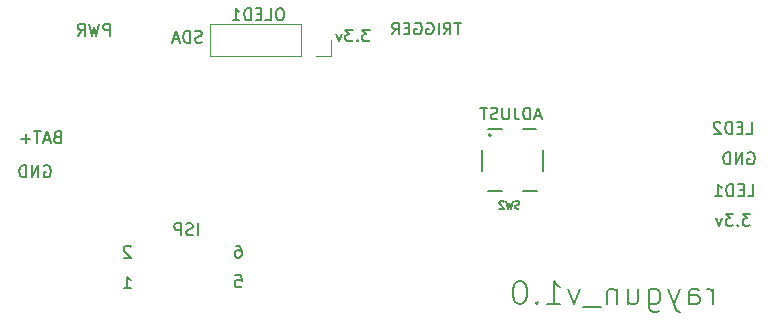
<source format=gbr>
%TF.GenerationSoftware,KiCad,Pcbnew,(5.1.9-0-10_14)*%
%TF.CreationDate,2022-07-10T13:30:40-04:00*%
%TF.ProjectId,raygun,72617967-756e-42e6-9b69-6361645f7063,rev?*%
%TF.SameCoordinates,Original*%
%TF.FileFunction,Legend,Bot*%
%TF.FilePolarity,Positive*%
%FSLAX46Y46*%
G04 Gerber Fmt 4.6, Leading zero omitted, Abs format (unit mm)*
G04 Created by KiCad (PCBNEW (5.1.9-0-10_14)) date 2022-07-10 13:30:40*
%MOMM*%
%LPD*%
G01*
G04 APERTURE LIST*
%ADD10C,0.150000*%
%ADD11C,0.200000*%
%ADD12C,0.120000*%
G04 APERTURE END LIST*
D10*
X125076190Y-69552380D02*
X124504761Y-69552380D01*
X124790476Y-70552380D02*
X124790476Y-69552380D01*
X123600000Y-70552380D02*
X123933333Y-70076190D01*
X124171428Y-70552380D02*
X124171428Y-69552380D01*
X123790476Y-69552380D01*
X123695238Y-69600000D01*
X123647619Y-69647619D01*
X123600000Y-69742857D01*
X123600000Y-69885714D01*
X123647619Y-69980952D01*
X123695238Y-70028571D01*
X123790476Y-70076190D01*
X124171428Y-70076190D01*
X123171428Y-70552380D02*
X123171428Y-69552380D01*
X122171428Y-69600000D02*
X122266666Y-69552380D01*
X122409523Y-69552380D01*
X122552380Y-69600000D01*
X122647619Y-69695238D01*
X122695238Y-69790476D01*
X122742857Y-69980952D01*
X122742857Y-70123809D01*
X122695238Y-70314285D01*
X122647619Y-70409523D01*
X122552380Y-70504761D01*
X122409523Y-70552380D01*
X122314285Y-70552380D01*
X122171428Y-70504761D01*
X122123809Y-70457142D01*
X122123809Y-70123809D01*
X122314285Y-70123809D01*
X121171428Y-69600000D02*
X121266666Y-69552380D01*
X121409523Y-69552380D01*
X121552380Y-69600000D01*
X121647619Y-69695238D01*
X121695238Y-69790476D01*
X121742857Y-69980952D01*
X121742857Y-70123809D01*
X121695238Y-70314285D01*
X121647619Y-70409523D01*
X121552380Y-70504761D01*
X121409523Y-70552380D01*
X121314285Y-70552380D01*
X121171428Y-70504761D01*
X121123809Y-70457142D01*
X121123809Y-70123809D01*
X121314285Y-70123809D01*
X120695238Y-70028571D02*
X120361904Y-70028571D01*
X120219047Y-70552380D02*
X120695238Y-70552380D01*
X120695238Y-69552380D01*
X120219047Y-69552380D01*
X119219047Y-70552380D02*
X119552380Y-70076190D01*
X119790476Y-70552380D02*
X119790476Y-69552380D01*
X119409523Y-69552380D01*
X119314285Y-69600000D01*
X119266666Y-69647619D01*
X119219047Y-69742857D01*
X119219047Y-69885714D01*
X119266666Y-69980952D01*
X119314285Y-70028571D01*
X119409523Y-70076190D01*
X119790476Y-70076190D01*
X131800000Y-77466666D02*
X131323809Y-77466666D01*
X131895238Y-77752380D02*
X131561904Y-76752380D01*
X131228571Y-77752380D01*
X130895238Y-77752380D02*
X130895238Y-76752380D01*
X130657142Y-76752380D01*
X130514285Y-76800000D01*
X130419047Y-76895238D01*
X130371428Y-76990476D01*
X130323809Y-77180952D01*
X130323809Y-77323809D01*
X130371428Y-77514285D01*
X130419047Y-77609523D01*
X130514285Y-77704761D01*
X130657142Y-77752380D01*
X130895238Y-77752380D01*
X129609523Y-76752380D02*
X129609523Y-77466666D01*
X129657142Y-77609523D01*
X129752380Y-77704761D01*
X129895238Y-77752380D01*
X129990476Y-77752380D01*
X129133333Y-76752380D02*
X129133333Y-77561904D01*
X129085714Y-77657142D01*
X129038095Y-77704761D01*
X128942857Y-77752380D01*
X128752380Y-77752380D01*
X128657142Y-77704761D01*
X128609523Y-77657142D01*
X128561904Y-77561904D01*
X128561904Y-76752380D01*
X128133333Y-77704761D02*
X127990476Y-77752380D01*
X127752380Y-77752380D01*
X127657142Y-77704761D01*
X127609523Y-77657142D01*
X127561904Y-77561904D01*
X127561904Y-77466666D01*
X127609523Y-77371428D01*
X127657142Y-77323809D01*
X127752380Y-77276190D01*
X127942857Y-77228571D01*
X128038095Y-77180952D01*
X128085714Y-77133333D01*
X128133333Y-77038095D01*
X128133333Y-76942857D01*
X128085714Y-76847619D01*
X128038095Y-76800000D01*
X127942857Y-76752380D01*
X127704761Y-76752380D01*
X127561904Y-76800000D01*
X127276190Y-76752380D02*
X126704761Y-76752380D01*
X126990476Y-77752380D02*
X126990476Y-76752380D01*
X95333333Y-70652380D02*
X95333333Y-69652380D01*
X94952380Y-69652380D01*
X94857142Y-69700000D01*
X94809523Y-69747619D01*
X94761904Y-69842857D01*
X94761904Y-69985714D01*
X94809523Y-70080952D01*
X94857142Y-70128571D01*
X94952380Y-70176190D01*
X95333333Y-70176190D01*
X94428571Y-69652380D02*
X94190476Y-70652380D01*
X94000000Y-69938095D01*
X93809523Y-70652380D01*
X93571428Y-69652380D01*
X92619047Y-70652380D02*
X92952380Y-70176190D01*
X93190476Y-70652380D02*
X93190476Y-69652380D01*
X92809523Y-69652380D01*
X92714285Y-69700000D01*
X92666666Y-69747619D01*
X92619047Y-69842857D01*
X92619047Y-69985714D01*
X92666666Y-70080952D01*
X92714285Y-70128571D01*
X92809523Y-70176190D01*
X93190476Y-70176190D01*
X102776190Y-87552380D02*
X102776190Y-86552380D01*
X102347619Y-87504761D02*
X102204761Y-87552380D01*
X101966666Y-87552380D01*
X101871428Y-87504761D01*
X101823809Y-87457142D01*
X101776190Y-87361904D01*
X101776190Y-87266666D01*
X101823809Y-87171428D01*
X101871428Y-87123809D01*
X101966666Y-87076190D01*
X102157142Y-87028571D01*
X102252380Y-86980952D01*
X102300000Y-86933333D01*
X102347619Y-86838095D01*
X102347619Y-86742857D01*
X102300000Y-86647619D01*
X102252380Y-86600000D01*
X102157142Y-86552380D01*
X101919047Y-86552380D01*
X101776190Y-86600000D01*
X101347619Y-87552380D02*
X101347619Y-86552380D01*
X100966666Y-86552380D01*
X100871428Y-86600000D01*
X100823809Y-86647619D01*
X100776190Y-86742857D01*
X100776190Y-86885714D01*
X100823809Y-86980952D01*
X100871428Y-87028571D01*
X100966666Y-87076190D01*
X101347619Y-87076190D01*
X105961904Y-90952380D02*
X106438095Y-90952380D01*
X106485714Y-91428571D01*
X106438095Y-91380952D01*
X106342857Y-91333333D01*
X106104761Y-91333333D01*
X106009523Y-91380952D01*
X105961904Y-91428571D01*
X105914285Y-91523809D01*
X105914285Y-91761904D01*
X105961904Y-91857142D01*
X106009523Y-91904761D01*
X106104761Y-91952380D01*
X106342857Y-91952380D01*
X106438095Y-91904761D01*
X106485714Y-91857142D01*
X106009523Y-88452380D02*
X106200000Y-88452380D01*
X106295238Y-88500000D01*
X106342857Y-88547619D01*
X106438095Y-88690476D01*
X106485714Y-88880952D01*
X106485714Y-89261904D01*
X106438095Y-89357142D01*
X106390476Y-89404761D01*
X106295238Y-89452380D01*
X106104761Y-89452380D01*
X106009523Y-89404761D01*
X105961904Y-89357142D01*
X105914285Y-89261904D01*
X105914285Y-89023809D01*
X105961904Y-88928571D01*
X106009523Y-88880952D01*
X106104761Y-88833333D01*
X106295238Y-88833333D01*
X106390476Y-88880952D01*
X106438095Y-88928571D01*
X106485714Y-89023809D01*
X97085714Y-88547619D02*
X97038095Y-88500000D01*
X96942857Y-88452380D01*
X96704761Y-88452380D01*
X96609523Y-88500000D01*
X96561904Y-88547619D01*
X96514285Y-88642857D01*
X96514285Y-88738095D01*
X96561904Y-88880952D01*
X97133333Y-89452380D01*
X96514285Y-89452380D01*
X96514285Y-92052380D02*
X97085714Y-92052380D01*
X96800000Y-92052380D02*
X96800000Y-91052380D01*
X96895238Y-91195238D01*
X96990476Y-91290476D01*
X97085714Y-91338095D01*
X90857142Y-79228571D02*
X90714285Y-79276190D01*
X90666666Y-79323809D01*
X90619047Y-79419047D01*
X90619047Y-79561904D01*
X90666666Y-79657142D01*
X90714285Y-79704761D01*
X90809523Y-79752380D01*
X91190476Y-79752380D01*
X91190476Y-78752380D01*
X90857142Y-78752380D01*
X90761904Y-78800000D01*
X90714285Y-78847619D01*
X90666666Y-78942857D01*
X90666666Y-79038095D01*
X90714285Y-79133333D01*
X90761904Y-79180952D01*
X90857142Y-79228571D01*
X91190476Y-79228571D01*
X90238095Y-79466666D02*
X89761904Y-79466666D01*
X90333333Y-79752380D02*
X90000000Y-78752380D01*
X89666666Y-79752380D01*
X89476190Y-78752380D02*
X88904761Y-78752380D01*
X89190476Y-79752380D02*
X89190476Y-78752380D01*
X88571428Y-79371428D02*
X87809523Y-79371428D01*
X88190476Y-79752380D02*
X88190476Y-78990476D01*
X89761904Y-81700000D02*
X89857142Y-81652380D01*
X90000000Y-81652380D01*
X90142857Y-81700000D01*
X90238095Y-81795238D01*
X90285714Y-81890476D01*
X90333333Y-82080952D01*
X90333333Y-82223809D01*
X90285714Y-82414285D01*
X90238095Y-82509523D01*
X90142857Y-82604761D01*
X90000000Y-82652380D01*
X89904761Y-82652380D01*
X89761904Y-82604761D01*
X89714285Y-82557142D01*
X89714285Y-82223809D01*
X89904761Y-82223809D01*
X89285714Y-82652380D02*
X89285714Y-81652380D01*
X88714285Y-82652380D01*
X88714285Y-81652380D01*
X88238095Y-82652380D02*
X88238095Y-81652380D01*
X88000000Y-81652380D01*
X87857142Y-81700000D01*
X87761904Y-81795238D01*
X87714285Y-81890476D01*
X87666666Y-82080952D01*
X87666666Y-82223809D01*
X87714285Y-82414285D01*
X87761904Y-82509523D01*
X87857142Y-82604761D01*
X88000000Y-82652380D01*
X88238095Y-82652380D01*
X103114285Y-71204761D02*
X102971428Y-71252380D01*
X102733333Y-71252380D01*
X102638095Y-71204761D01*
X102590476Y-71157142D01*
X102542857Y-71061904D01*
X102542857Y-70966666D01*
X102590476Y-70871428D01*
X102638095Y-70823809D01*
X102733333Y-70776190D01*
X102923809Y-70728571D01*
X103019047Y-70680952D01*
X103066666Y-70633333D01*
X103114285Y-70538095D01*
X103114285Y-70442857D01*
X103066666Y-70347619D01*
X103019047Y-70300000D01*
X102923809Y-70252380D01*
X102685714Y-70252380D01*
X102542857Y-70300000D01*
X102114285Y-71252380D02*
X102114285Y-70252380D01*
X101876190Y-70252380D01*
X101733333Y-70300000D01*
X101638095Y-70395238D01*
X101590476Y-70490476D01*
X101542857Y-70680952D01*
X101542857Y-70823809D01*
X101590476Y-71014285D01*
X101638095Y-71109523D01*
X101733333Y-71204761D01*
X101876190Y-71252380D01*
X102114285Y-71252380D01*
X101161904Y-70966666D02*
X100685714Y-70966666D01*
X101257142Y-71252380D02*
X100923809Y-70252380D01*
X100590476Y-71252380D01*
X117328571Y-70152380D02*
X116709523Y-70152380D01*
X117042857Y-70533333D01*
X116900000Y-70533333D01*
X116804761Y-70580952D01*
X116757142Y-70628571D01*
X116709523Y-70723809D01*
X116709523Y-70961904D01*
X116757142Y-71057142D01*
X116804761Y-71104761D01*
X116900000Y-71152380D01*
X117185714Y-71152380D01*
X117280952Y-71104761D01*
X117328571Y-71057142D01*
X116280952Y-71057142D02*
X116233333Y-71104761D01*
X116280952Y-71152380D01*
X116328571Y-71104761D01*
X116280952Y-71057142D01*
X116280952Y-71152380D01*
X115900000Y-70152380D02*
X115280952Y-70152380D01*
X115614285Y-70533333D01*
X115471428Y-70533333D01*
X115376190Y-70580952D01*
X115328571Y-70628571D01*
X115280952Y-70723809D01*
X115280952Y-70961904D01*
X115328571Y-71057142D01*
X115376190Y-71104761D01*
X115471428Y-71152380D01*
X115757142Y-71152380D01*
X115852380Y-71104761D01*
X115900000Y-71057142D01*
X114947619Y-70485714D02*
X114709523Y-71152380D01*
X114471428Y-70485714D01*
X149219047Y-78952380D02*
X149695238Y-78952380D01*
X149695238Y-77952380D01*
X148885714Y-78428571D02*
X148552380Y-78428571D01*
X148409523Y-78952380D02*
X148885714Y-78952380D01*
X148885714Y-77952380D01*
X148409523Y-77952380D01*
X147980952Y-78952380D02*
X147980952Y-77952380D01*
X147742857Y-77952380D01*
X147600000Y-78000000D01*
X147504761Y-78095238D01*
X147457142Y-78190476D01*
X147409523Y-78380952D01*
X147409523Y-78523809D01*
X147457142Y-78714285D01*
X147504761Y-78809523D01*
X147600000Y-78904761D01*
X147742857Y-78952380D01*
X147980952Y-78952380D01*
X147028571Y-78047619D02*
X146980952Y-78000000D01*
X146885714Y-77952380D01*
X146647619Y-77952380D01*
X146552380Y-78000000D01*
X146504761Y-78047619D01*
X146457142Y-78142857D01*
X146457142Y-78238095D01*
X146504761Y-78380952D01*
X147076190Y-78952380D01*
X146457142Y-78952380D01*
X149361904Y-80600000D02*
X149457142Y-80552380D01*
X149600000Y-80552380D01*
X149742857Y-80600000D01*
X149838095Y-80695238D01*
X149885714Y-80790476D01*
X149933333Y-80980952D01*
X149933333Y-81123809D01*
X149885714Y-81314285D01*
X149838095Y-81409523D01*
X149742857Y-81504761D01*
X149600000Y-81552380D01*
X149504761Y-81552380D01*
X149361904Y-81504761D01*
X149314285Y-81457142D01*
X149314285Y-81123809D01*
X149504761Y-81123809D01*
X148885714Y-81552380D02*
X148885714Y-80552380D01*
X148314285Y-81552380D01*
X148314285Y-80552380D01*
X147838095Y-81552380D02*
X147838095Y-80552380D01*
X147600000Y-80552380D01*
X147457142Y-80600000D01*
X147361904Y-80695238D01*
X147314285Y-80790476D01*
X147266666Y-80980952D01*
X147266666Y-81123809D01*
X147314285Y-81314285D01*
X147361904Y-81409523D01*
X147457142Y-81504761D01*
X147600000Y-81552380D01*
X147838095Y-81552380D01*
X149319047Y-84252380D02*
X149795238Y-84252380D01*
X149795238Y-83252380D01*
X148985714Y-83728571D02*
X148652380Y-83728571D01*
X148509523Y-84252380D02*
X148985714Y-84252380D01*
X148985714Y-83252380D01*
X148509523Y-83252380D01*
X148080952Y-84252380D02*
X148080952Y-83252380D01*
X147842857Y-83252380D01*
X147700000Y-83300000D01*
X147604761Y-83395238D01*
X147557142Y-83490476D01*
X147509523Y-83680952D01*
X147509523Y-83823809D01*
X147557142Y-84014285D01*
X147604761Y-84109523D01*
X147700000Y-84204761D01*
X147842857Y-84252380D01*
X148080952Y-84252380D01*
X146557142Y-84252380D02*
X147128571Y-84252380D01*
X146842857Y-84252380D02*
X146842857Y-83252380D01*
X146938095Y-83395238D01*
X147033333Y-83490476D01*
X147128571Y-83538095D01*
X149528571Y-85752380D02*
X148909523Y-85752380D01*
X149242857Y-86133333D01*
X149100000Y-86133333D01*
X149004761Y-86180952D01*
X148957142Y-86228571D01*
X148909523Y-86323809D01*
X148909523Y-86561904D01*
X148957142Y-86657142D01*
X149004761Y-86704761D01*
X149100000Y-86752380D01*
X149385714Y-86752380D01*
X149480952Y-86704761D01*
X149528571Y-86657142D01*
X148480952Y-86657142D02*
X148433333Y-86704761D01*
X148480952Y-86752380D01*
X148528571Y-86704761D01*
X148480952Y-86657142D01*
X148480952Y-86752380D01*
X148100000Y-85752380D02*
X147480952Y-85752380D01*
X147814285Y-86133333D01*
X147671428Y-86133333D01*
X147576190Y-86180952D01*
X147528571Y-86228571D01*
X147480952Y-86323809D01*
X147480952Y-86561904D01*
X147528571Y-86657142D01*
X147576190Y-86704761D01*
X147671428Y-86752380D01*
X147957142Y-86752380D01*
X148052380Y-86704761D01*
X148100000Y-86657142D01*
X147147619Y-86085714D02*
X146909523Y-86752380D01*
X146671428Y-86085714D01*
D11*
X146428571Y-93404761D02*
X146428571Y-92071428D01*
X146428571Y-92452380D02*
X146333333Y-92261904D01*
X146238095Y-92166666D01*
X146047619Y-92071428D01*
X145857142Y-92071428D01*
X144333333Y-93404761D02*
X144333333Y-92357142D01*
X144428571Y-92166666D01*
X144619047Y-92071428D01*
X145000000Y-92071428D01*
X145190476Y-92166666D01*
X144333333Y-93309523D02*
X144523809Y-93404761D01*
X145000000Y-93404761D01*
X145190476Y-93309523D01*
X145285714Y-93119047D01*
X145285714Y-92928571D01*
X145190476Y-92738095D01*
X145000000Y-92642857D01*
X144523809Y-92642857D01*
X144333333Y-92547619D01*
X143571428Y-92071428D02*
X143095238Y-93404761D01*
X142619047Y-92071428D02*
X143095238Y-93404761D01*
X143285714Y-93880952D01*
X143380952Y-93976190D01*
X143571428Y-94071428D01*
X141000000Y-92071428D02*
X141000000Y-93690476D01*
X141095238Y-93880952D01*
X141190476Y-93976190D01*
X141380952Y-94071428D01*
X141666666Y-94071428D01*
X141857142Y-93976190D01*
X141000000Y-93309523D02*
X141190476Y-93404761D01*
X141571428Y-93404761D01*
X141761904Y-93309523D01*
X141857142Y-93214285D01*
X141952380Y-93023809D01*
X141952380Y-92452380D01*
X141857142Y-92261904D01*
X141761904Y-92166666D01*
X141571428Y-92071428D01*
X141190476Y-92071428D01*
X141000000Y-92166666D01*
X139190476Y-92071428D02*
X139190476Y-93404761D01*
X140047619Y-92071428D02*
X140047619Y-93119047D01*
X139952380Y-93309523D01*
X139761904Y-93404761D01*
X139476190Y-93404761D01*
X139285714Y-93309523D01*
X139190476Y-93214285D01*
X138238095Y-92071428D02*
X138238095Y-93404761D01*
X138238095Y-92261904D02*
X138142857Y-92166666D01*
X137952380Y-92071428D01*
X137666666Y-92071428D01*
X137476190Y-92166666D01*
X137380952Y-92357142D01*
X137380952Y-93404761D01*
X136904761Y-93595238D02*
X135380952Y-93595238D01*
X135095238Y-92071428D02*
X134619047Y-93404761D01*
X134142857Y-92071428D01*
X132333333Y-93404761D02*
X133476190Y-93404761D01*
X132904761Y-93404761D02*
X132904761Y-91404761D01*
X133095238Y-91690476D01*
X133285714Y-91880952D01*
X133476190Y-91976190D01*
X131476190Y-93214285D02*
X131380952Y-93309523D01*
X131476190Y-93404761D01*
X131571428Y-93309523D01*
X131476190Y-93214285D01*
X131476190Y-93404761D01*
X130142857Y-91404761D02*
X129952380Y-91404761D01*
X129761904Y-91500000D01*
X129666666Y-91595238D01*
X129571428Y-91785714D01*
X129476190Y-92166666D01*
X129476190Y-92642857D01*
X129571428Y-93023809D01*
X129666666Y-93214285D01*
X129761904Y-93309523D01*
X129952380Y-93404761D01*
X130142857Y-93404761D01*
X130333333Y-93309523D01*
X130428571Y-93214285D01*
X130523809Y-93023809D01*
X130619047Y-92642857D01*
X130619047Y-92166666D01*
X130523809Y-91785714D01*
X130428571Y-91595238D01*
X130333333Y-91500000D01*
X130142857Y-91404761D01*
%TO.C,SW2*%
X128550000Y-83800000D02*
X127320000Y-83800000D01*
X130280000Y-83800000D02*
X131460000Y-83800000D01*
X126800000Y-82110000D02*
X126800000Y-80310000D01*
X132000000Y-82090000D02*
X132000000Y-80330000D01*
X127350000Y-78600000D02*
X128510000Y-78600000D01*
X131390000Y-78600000D02*
X130300000Y-78600000D01*
X127600000Y-79100000D02*
G75*
G03*
X127600000Y-79100000I-100000J0D01*
G01*
D12*
%TO.C,OLED1*%
X114080600Y-72348400D02*
X114080600Y-71018400D01*
X112750600Y-72348400D02*
X114080600Y-72348400D01*
X111480600Y-72348400D02*
X111480600Y-69688400D01*
X111480600Y-69688400D02*
X103800600Y-69688400D01*
X111480600Y-72348400D02*
X103800600Y-72348400D01*
X103800600Y-72348400D02*
X103800600Y-69688400D01*
%TO.C,SW2*%
D10*
X130009333Y-85273147D02*
X129917904Y-85303623D01*
X129765523Y-85303623D01*
X129704571Y-85273147D01*
X129674095Y-85242671D01*
X129643619Y-85181719D01*
X129643619Y-85120766D01*
X129674095Y-85059814D01*
X129704571Y-85029338D01*
X129765523Y-84998861D01*
X129887428Y-84968385D01*
X129948380Y-84937909D01*
X129978857Y-84907433D01*
X130009333Y-84846480D01*
X130009333Y-84785528D01*
X129978857Y-84724576D01*
X129948380Y-84694100D01*
X129887428Y-84663623D01*
X129735047Y-84663623D01*
X129643619Y-84694100D01*
X129430285Y-84663623D02*
X129277904Y-85303623D01*
X129156000Y-84846480D01*
X129034095Y-85303623D01*
X128881714Y-84663623D01*
X128668380Y-84724576D02*
X128637904Y-84694100D01*
X128576952Y-84663623D01*
X128424571Y-84663623D01*
X128363619Y-84694100D01*
X128333142Y-84724576D01*
X128302666Y-84785528D01*
X128302666Y-84846480D01*
X128333142Y-84937909D01*
X128698857Y-85303623D01*
X128302666Y-85303623D01*
%TO.C,OLED1*%
X109828571Y-68352380D02*
X109638095Y-68352380D01*
X109542857Y-68400000D01*
X109447619Y-68495238D01*
X109400000Y-68685714D01*
X109400000Y-69019047D01*
X109447619Y-69209523D01*
X109542857Y-69304761D01*
X109638095Y-69352380D01*
X109828571Y-69352380D01*
X109923809Y-69304761D01*
X110019047Y-69209523D01*
X110066666Y-69019047D01*
X110066666Y-68685714D01*
X110019047Y-68495238D01*
X109923809Y-68400000D01*
X109828571Y-68352380D01*
X108495238Y-69352380D02*
X108971428Y-69352380D01*
X108971428Y-68352380D01*
X108161904Y-68828571D02*
X107828571Y-68828571D01*
X107685714Y-69352380D02*
X108161904Y-69352380D01*
X108161904Y-68352380D01*
X107685714Y-68352380D01*
X107257142Y-69352380D02*
X107257142Y-68352380D01*
X107019047Y-68352380D01*
X106876190Y-68400000D01*
X106780952Y-68495238D01*
X106733333Y-68590476D01*
X106685714Y-68780952D01*
X106685714Y-68923809D01*
X106733333Y-69114285D01*
X106780952Y-69209523D01*
X106876190Y-69304761D01*
X107019047Y-69352380D01*
X107257142Y-69352380D01*
X105733333Y-69352380D02*
X106304761Y-69352380D01*
X106019047Y-69352380D02*
X106019047Y-68352380D01*
X106114285Y-68495238D01*
X106209523Y-68590476D01*
X106304761Y-68638095D01*
%TD*%
M02*

</source>
